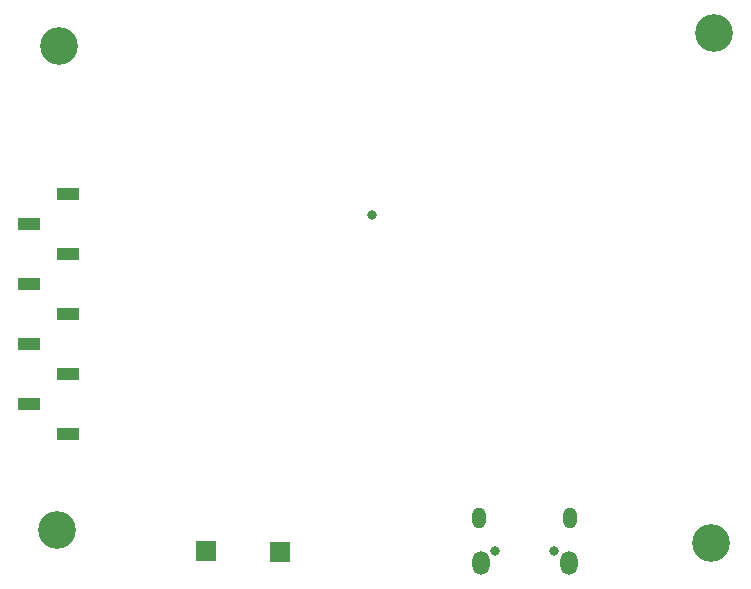
<source format=gbr>
%TF.GenerationSoftware,KiCad,Pcbnew,7.0.2*%
%TF.CreationDate,2023-11-28T02:03:26-03:00*%
%TF.ProjectId,Schematic_monitor,53636865-6d61-4746-9963-5f6d6f6e6974,rev?*%
%TF.SameCoordinates,Original*%
%TF.FileFunction,Soldermask,Bot*%
%TF.FilePolarity,Negative*%
%FSLAX45Y45*%
G04 Gerber Fmt 4.5, Leading zero omitted, Abs format (unit mm)*
G04 Created by KiCad (PCBNEW 7.0.2) date 2023-11-28 02:03:26*
%MOMM*%
%LPD*%
G01*
G04 APERTURE LIST*
%ADD10O,1.150000X1.800000*%
%ADD11O,1.450000X2.000000*%
%ADD12O,0.800000X0.800000*%
%ADD13R,1.700000X1.700000*%
%ADD14C,0.800000*%
%ADD15C,3.200000*%
%ADD16R,1.900000X1.000000*%
G04 APERTURE END LIST*
D10*
%TO.C,J2*%
X13866200Y-12462700D03*
D11*
X13851200Y-12842700D03*
D12*
X13728700Y-12737700D03*
X13228700Y-12737700D03*
D11*
X13106200Y-12842700D03*
D10*
X13091200Y-12462700D03*
%TD*%
D13*
%TO.C,J4*%
X11404200Y-12744200D03*
%TD*%
D14*
%TO.C,SW1*%
X12184408Y-9893704D03*
%TD*%
D13*
%TO.C,J3*%
X10779200Y-12740200D03*
%TD*%
D15*
%TO.C,H2*%
X15084200Y-8353200D03*
%TD*%
%TO.C,H6*%
X9523200Y-12565200D03*
%TD*%
%TO.C,H4*%
X15056200Y-12676200D03*
%TD*%
%TO.C,H1*%
X9540200Y-8464200D03*
%TD*%
D16*
%TO.C,J5*%
X9613800Y-11748200D03*
X9283800Y-11494200D03*
X9613800Y-11240200D03*
X9283800Y-10986200D03*
X9613800Y-10732200D03*
X9283800Y-10478200D03*
X9613800Y-10224200D03*
X9283800Y-9970200D03*
X9613800Y-9716200D03*
%TD*%
M02*

</source>
